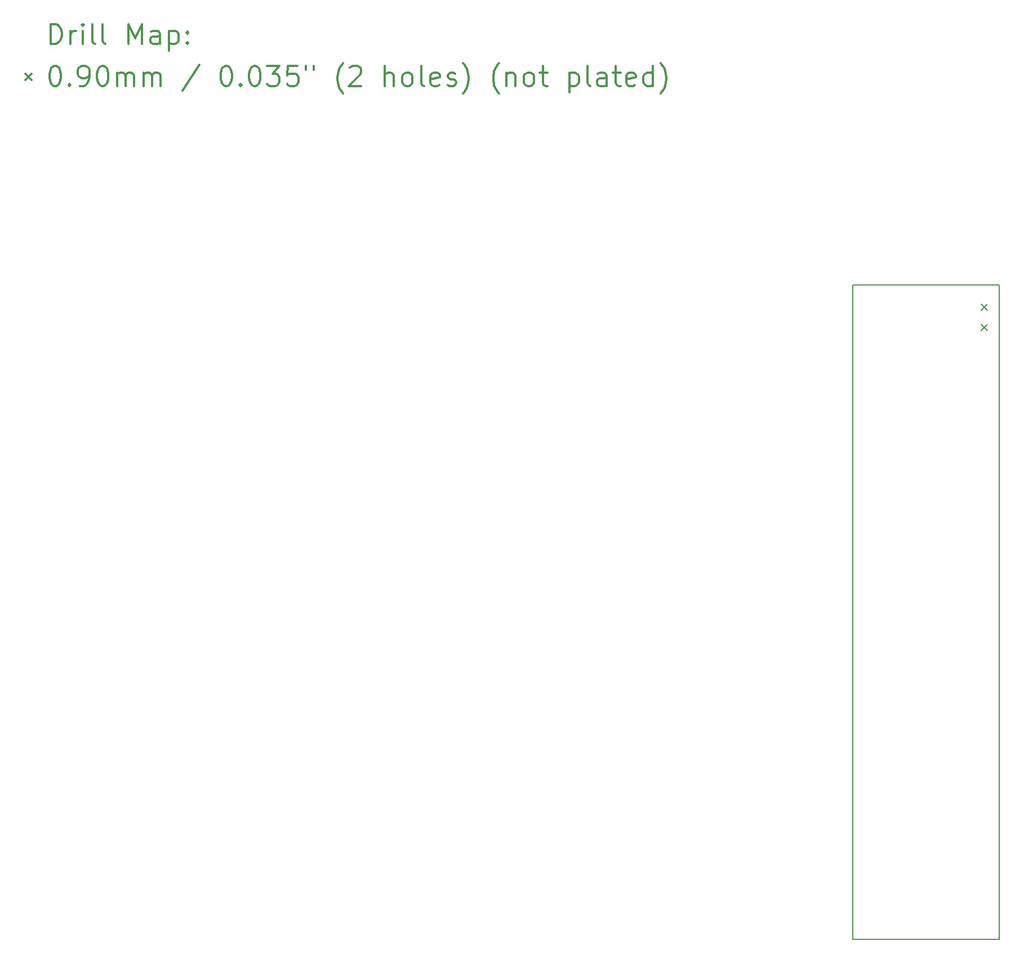
<source format=gbr>
%FSLAX45Y45*%
G04 Gerber Fmt 4.5, Leading zero omitted, Abs format (unit mm)*
G04 Created by KiCad (PCBNEW (5.1.6)-1) date 2021-08-10 23:43:36*
%MOMM*%
%LPD*%
G01*
G04 APERTURE LIST*
%TA.AperFunction,Profile*%
%ADD10C,0.150000*%
%TD*%
%ADD11C,0.200000*%
%ADD12C,0.300000*%
G04 APERTURE END LIST*
D10*
X12350000Y-13930000D02*
X12350000Y-4087500D01*
X14550000Y-13930000D02*
X12350000Y-13930000D01*
X14550000Y-4087500D02*
X14550000Y-13930000D01*
X12350000Y-4087500D02*
X14550000Y-4087500D01*
D11*
X14281000Y-4380000D02*
X14371000Y-4470000D01*
X14371000Y-4380000D02*
X14281000Y-4470000D01*
X14281000Y-4680000D02*
X14371000Y-4770000D01*
X14371000Y-4680000D02*
X14281000Y-4770000D01*
D12*
X286429Y-465714D02*
X286429Y-165714D01*
X357857Y-165714D01*
X400714Y-180000D01*
X429286Y-208571D01*
X443571Y-237143D01*
X457857Y-294286D01*
X457857Y-337143D01*
X443571Y-394286D01*
X429286Y-422857D01*
X400714Y-451428D01*
X357857Y-465714D01*
X286429Y-465714D01*
X586429Y-465714D02*
X586429Y-265714D01*
X586429Y-322857D02*
X600714Y-294286D01*
X615000Y-280000D01*
X643571Y-265714D01*
X672143Y-265714D01*
X772143Y-465714D02*
X772143Y-265714D01*
X772143Y-165714D02*
X757857Y-180000D01*
X772143Y-194286D01*
X786428Y-180000D01*
X772143Y-165714D01*
X772143Y-194286D01*
X957857Y-465714D02*
X929286Y-451428D01*
X915000Y-422857D01*
X915000Y-165714D01*
X1115000Y-465714D02*
X1086429Y-451428D01*
X1072143Y-422857D01*
X1072143Y-165714D01*
X1457857Y-465714D02*
X1457857Y-165714D01*
X1557857Y-380000D01*
X1657857Y-165714D01*
X1657857Y-465714D01*
X1929286Y-465714D02*
X1929286Y-308571D01*
X1915000Y-280000D01*
X1886428Y-265714D01*
X1829286Y-265714D01*
X1800714Y-280000D01*
X1929286Y-451428D02*
X1900714Y-465714D01*
X1829286Y-465714D01*
X1800714Y-451428D01*
X1786428Y-422857D01*
X1786428Y-394286D01*
X1800714Y-365714D01*
X1829286Y-351428D01*
X1900714Y-351428D01*
X1929286Y-337143D01*
X2072143Y-265714D02*
X2072143Y-565714D01*
X2072143Y-280000D02*
X2100714Y-265714D01*
X2157857Y-265714D01*
X2186429Y-280000D01*
X2200714Y-294286D01*
X2215000Y-322857D01*
X2215000Y-408571D01*
X2200714Y-437143D01*
X2186429Y-451428D01*
X2157857Y-465714D01*
X2100714Y-465714D01*
X2072143Y-451428D01*
X2343571Y-437143D02*
X2357857Y-451428D01*
X2343571Y-465714D01*
X2329286Y-451428D01*
X2343571Y-437143D01*
X2343571Y-465714D01*
X2343571Y-280000D02*
X2357857Y-294286D01*
X2343571Y-308571D01*
X2329286Y-294286D01*
X2343571Y-280000D01*
X2343571Y-308571D01*
X-90000Y-915000D02*
X0Y-1005000D01*
X0Y-915000D02*
X-90000Y-1005000D01*
X343571Y-795714D02*
X372143Y-795714D01*
X400714Y-810000D01*
X415000Y-824286D01*
X429286Y-852857D01*
X443571Y-910000D01*
X443571Y-981428D01*
X429286Y-1038571D01*
X415000Y-1067143D01*
X400714Y-1081429D01*
X372143Y-1095714D01*
X343571Y-1095714D01*
X315000Y-1081429D01*
X300714Y-1067143D01*
X286429Y-1038571D01*
X272143Y-981428D01*
X272143Y-910000D01*
X286429Y-852857D01*
X300714Y-824286D01*
X315000Y-810000D01*
X343571Y-795714D01*
X572143Y-1067143D02*
X586429Y-1081429D01*
X572143Y-1095714D01*
X557857Y-1081429D01*
X572143Y-1067143D01*
X572143Y-1095714D01*
X729286Y-1095714D02*
X786428Y-1095714D01*
X815000Y-1081429D01*
X829286Y-1067143D01*
X857857Y-1024286D01*
X872143Y-967143D01*
X872143Y-852857D01*
X857857Y-824286D01*
X843571Y-810000D01*
X815000Y-795714D01*
X757857Y-795714D01*
X729286Y-810000D01*
X715000Y-824286D01*
X700714Y-852857D01*
X700714Y-924286D01*
X715000Y-952857D01*
X729286Y-967143D01*
X757857Y-981428D01*
X815000Y-981428D01*
X843571Y-967143D01*
X857857Y-952857D01*
X872143Y-924286D01*
X1057857Y-795714D02*
X1086429Y-795714D01*
X1115000Y-810000D01*
X1129286Y-824286D01*
X1143571Y-852857D01*
X1157857Y-910000D01*
X1157857Y-981428D01*
X1143571Y-1038571D01*
X1129286Y-1067143D01*
X1115000Y-1081429D01*
X1086429Y-1095714D01*
X1057857Y-1095714D01*
X1029286Y-1081429D01*
X1015000Y-1067143D01*
X1000714Y-1038571D01*
X986428Y-981428D01*
X986428Y-910000D01*
X1000714Y-852857D01*
X1015000Y-824286D01*
X1029286Y-810000D01*
X1057857Y-795714D01*
X1286429Y-1095714D02*
X1286429Y-895714D01*
X1286429Y-924286D02*
X1300714Y-910000D01*
X1329286Y-895714D01*
X1372143Y-895714D01*
X1400714Y-910000D01*
X1415000Y-938571D01*
X1415000Y-1095714D01*
X1415000Y-938571D02*
X1429286Y-910000D01*
X1457857Y-895714D01*
X1500714Y-895714D01*
X1529286Y-910000D01*
X1543571Y-938571D01*
X1543571Y-1095714D01*
X1686428Y-1095714D02*
X1686428Y-895714D01*
X1686428Y-924286D02*
X1700714Y-910000D01*
X1729286Y-895714D01*
X1772143Y-895714D01*
X1800714Y-910000D01*
X1815000Y-938571D01*
X1815000Y-1095714D01*
X1815000Y-938571D02*
X1829286Y-910000D01*
X1857857Y-895714D01*
X1900714Y-895714D01*
X1929286Y-910000D01*
X1943571Y-938571D01*
X1943571Y-1095714D01*
X2529286Y-781428D02*
X2272143Y-1167143D01*
X2915000Y-795714D02*
X2943571Y-795714D01*
X2972143Y-810000D01*
X2986428Y-824286D01*
X3000714Y-852857D01*
X3015000Y-910000D01*
X3015000Y-981428D01*
X3000714Y-1038571D01*
X2986428Y-1067143D01*
X2972143Y-1081429D01*
X2943571Y-1095714D01*
X2915000Y-1095714D01*
X2886428Y-1081429D01*
X2872143Y-1067143D01*
X2857857Y-1038571D01*
X2843571Y-981428D01*
X2843571Y-910000D01*
X2857857Y-852857D01*
X2872143Y-824286D01*
X2886428Y-810000D01*
X2915000Y-795714D01*
X3143571Y-1067143D02*
X3157857Y-1081429D01*
X3143571Y-1095714D01*
X3129286Y-1081429D01*
X3143571Y-1067143D01*
X3143571Y-1095714D01*
X3343571Y-795714D02*
X3372143Y-795714D01*
X3400714Y-810000D01*
X3415000Y-824286D01*
X3429286Y-852857D01*
X3443571Y-910000D01*
X3443571Y-981428D01*
X3429286Y-1038571D01*
X3415000Y-1067143D01*
X3400714Y-1081429D01*
X3372143Y-1095714D01*
X3343571Y-1095714D01*
X3315000Y-1081429D01*
X3300714Y-1067143D01*
X3286428Y-1038571D01*
X3272143Y-981428D01*
X3272143Y-910000D01*
X3286428Y-852857D01*
X3300714Y-824286D01*
X3315000Y-810000D01*
X3343571Y-795714D01*
X3543571Y-795714D02*
X3729286Y-795714D01*
X3629286Y-910000D01*
X3672143Y-910000D01*
X3700714Y-924286D01*
X3715000Y-938571D01*
X3729286Y-967143D01*
X3729286Y-1038571D01*
X3715000Y-1067143D01*
X3700714Y-1081429D01*
X3672143Y-1095714D01*
X3586428Y-1095714D01*
X3557857Y-1081429D01*
X3543571Y-1067143D01*
X4000714Y-795714D02*
X3857857Y-795714D01*
X3843571Y-938571D01*
X3857857Y-924286D01*
X3886428Y-910000D01*
X3957857Y-910000D01*
X3986428Y-924286D01*
X4000714Y-938571D01*
X4015000Y-967143D01*
X4015000Y-1038571D01*
X4000714Y-1067143D01*
X3986428Y-1081429D01*
X3957857Y-1095714D01*
X3886428Y-1095714D01*
X3857857Y-1081429D01*
X3843571Y-1067143D01*
X4129286Y-795714D02*
X4129286Y-852857D01*
X4243571Y-795714D02*
X4243571Y-852857D01*
X4686429Y-1210000D02*
X4672143Y-1195714D01*
X4643571Y-1152857D01*
X4629286Y-1124286D01*
X4615000Y-1081429D01*
X4600714Y-1010000D01*
X4600714Y-952857D01*
X4615000Y-881428D01*
X4629286Y-838571D01*
X4643571Y-810000D01*
X4672143Y-767143D01*
X4686429Y-752857D01*
X4786429Y-824286D02*
X4800714Y-810000D01*
X4829286Y-795714D01*
X4900714Y-795714D01*
X4929286Y-810000D01*
X4943571Y-824286D01*
X4957857Y-852857D01*
X4957857Y-881428D01*
X4943571Y-924286D01*
X4772143Y-1095714D01*
X4957857Y-1095714D01*
X5315000Y-1095714D02*
X5315000Y-795714D01*
X5443571Y-1095714D02*
X5443571Y-938571D01*
X5429286Y-910000D01*
X5400714Y-895714D01*
X5357857Y-895714D01*
X5329286Y-910000D01*
X5315000Y-924286D01*
X5629286Y-1095714D02*
X5600714Y-1081429D01*
X5586429Y-1067143D01*
X5572143Y-1038571D01*
X5572143Y-952857D01*
X5586429Y-924286D01*
X5600714Y-910000D01*
X5629286Y-895714D01*
X5672143Y-895714D01*
X5700714Y-910000D01*
X5715000Y-924286D01*
X5729286Y-952857D01*
X5729286Y-1038571D01*
X5715000Y-1067143D01*
X5700714Y-1081429D01*
X5672143Y-1095714D01*
X5629286Y-1095714D01*
X5900714Y-1095714D02*
X5872143Y-1081429D01*
X5857857Y-1052857D01*
X5857857Y-795714D01*
X6129286Y-1081429D02*
X6100714Y-1095714D01*
X6043571Y-1095714D01*
X6015000Y-1081429D01*
X6000714Y-1052857D01*
X6000714Y-938571D01*
X6015000Y-910000D01*
X6043571Y-895714D01*
X6100714Y-895714D01*
X6129286Y-910000D01*
X6143571Y-938571D01*
X6143571Y-967143D01*
X6000714Y-995714D01*
X6257857Y-1081429D02*
X6286428Y-1095714D01*
X6343571Y-1095714D01*
X6372143Y-1081429D01*
X6386428Y-1052857D01*
X6386428Y-1038571D01*
X6372143Y-1010000D01*
X6343571Y-995714D01*
X6300714Y-995714D01*
X6272143Y-981428D01*
X6257857Y-952857D01*
X6257857Y-938571D01*
X6272143Y-910000D01*
X6300714Y-895714D01*
X6343571Y-895714D01*
X6372143Y-910000D01*
X6486428Y-1210000D02*
X6500714Y-1195714D01*
X6529286Y-1152857D01*
X6543571Y-1124286D01*
X6557857Y-1081429D01*
X6572143Y-1010000D01*
X6572143Y-952857D01*
X6557857Y-881428D01*
X6543571Y-838571D01*
X6529286Y-810000D01*
X6500714Y-767143D01*
X6486428Y-752857D01*
X7029286Y-1210000D02*
X7015000Y-1195714D01*
X6986428Y-1152857D01*
X6972143Y-1124286D01*
X6957857Y-1081429D01*
X6943571Y-1010000D01*
X6943571Y-952857D01*
X6957857Y-881428D01*
X6972143Y-838571D01*
X6986428Y-810000D01*
X7015000Y-767143D01*
X7029286Y-752857D01*
X7143571Y-895714D02*
X7143571Y-1095714D01*
X7143571Y-924286D02*
X7157857Y-910000D01*
X7186428Y-895714D01*
X7229286Y-895714D01*
X7257857Y-910000D01*
X7272143Y-938571D01*
X7272143Y-1095714D01*
X7457857Y-1095714D02*
X7429286Y-1081429D01*
X7415000Y-1067143D01*
X7400714Y-1038571D01*
X7400714Y-952857D01*
X7415000Y-924286D01*
X7429286Y-910000D01*
X7457857Y-895714D01*
X7500714Y-895714D01*
X7529286Y-910000D01*
X7543571Y-924286D01*
X7557857Y-952857D01*
X7557857Y-1038571D01*
X7543571Y-1067143D01*
X7529286Y-1081429D01*
X7500714Y-1095714D01*
X7457857Y-1095714D01*
X7643571Y-895714D02*
X7757857Y-895714D01*
X7686428Y-795714D02*
X7686428Y-1052857D01*
X7700714Y-1081429D01*
X7729286Y-1095714D01*
X7757857Y-1095714D01*
X8086428Y-895714D02*
X8086428Y-1195714D01*
X8086428Y-910000D02*
X8115000Y-895714D01*
X8172143Y-895714D01*
X8200714Y-910000D01*
X8215000Y-924286D01*
X8229286Y-952857D01*
X8229286Y-1038571D01*
X8215000Y-1067143D01*
X8200714Y-1081429D01*
X8172143Y-1095714D01*
X8115000Y-1095714D01*
X8086428Y-1081429D01*
X8400714Y-1095714D02*
X8372143Y-1081429D01*
X8357857Y-1052857D01*
X8357857Y-795714D01*
X8643571Y-1095714D02*
X8643571Y-938571D01*
X8629286Y-910000D01*
X8600714Y-895714D01*
X8543571Y-895714D01*
X8515000Y-910000D01*
X8643571Y-1081429D02*
X8615000Y-1095714D01*
X8543571Y-1095714D01*
X8515000Y-1081429D01*
X8500714Y-1052857D01*
X8500714Y-1024286D01*
X8515000Y-995714D01*
X8543571Y-981428D01*
X8615000Y-981428D01*
X8643571Y-967143D01*
X8743571Y-895714D02*
X8857857Y-895714D01*
X8786429Y-795714D02*
X8786429Y-1052857D01*
X8800714Y-1081429D01*
X8829286Y-1095714D01*
X8857857Y-1095714D01*
X9072143Y-1081429D02*
X9043571Y-1095714D01*
X8986429Y-1095714D01*
X8957857Y-1081429D01*
X8943571Y-1052857D01*
X8943571Y-938571D01*
X8957857Y-910000D01*
X8986429Y-895714D01*
X9043571Y-895714D01*
X9072143Y-910000D01*
X9086429Y-938571D01*
X9086429Y-967143D01*
X8943571Y-995714D01*
X9343571Y-1095714D02*
X9343571Y-795714D01*
X9343571Y-1081429D02*
X9315000Y-1095714D01*
X9257857Y-1095714D01*
X9229286Y-1081429D01*
X9215000Y-1067143D01*
X9200714Y-1038571D01*
X9200714Y-952857D01*
X9215000Y-924286D01*
X9229286Y-910000D01*
X9257857Y-895714D01*
X9315000Y-895714D01*
X9343571Y-910000D01*
X9457857Y-1210000D02*
X9472143Y-1195714D01*
X9500714Y-1152857D01*
X9515000Y-1124286D01*
X9529286Y-1081429D01*
X9543571Y-1010000D01*
X9543571Y-952857D01*
X9529286Y-881428D01*
X9515000Y-838571D01*
X9500714Y-810000D01*
X9472143Y-767143D01*
X9457857Y-752857D01*
M02*

</source>
